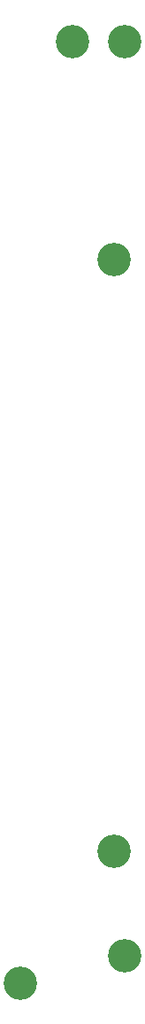
<source format=gbr>
%TF.GenerationSoftware,KiCad,Pcbnew,9.0.6*%
%TF.CreationDate,2025-11-29T14:18:15+08:00*%
%TF.ProjectId,Mount Winchester FL16,4d6f756e-7420-4576-996e-636865737465,1.1*%
%TF.SameCoordinates,Original*%
%TF.FileFunction,NonPlated,1,2,NPTH,Drill*%
%TF.FilePolarity,Positive*%
%FSLAX46Y46*%
G04 Gerber Fmt 4.6, Leading zero omitted, Abs format (unit mm)*
G04 Created by KiCad (PCBNEW 9.0.6) date 2025-11-29 14:18:15*
%MOMM*%
%LPD*%
G01*
G04 APERTURE LIST*
%TA.AperFunction,ComponentDrill*%
%ADD10C,3.200000*%
%TD*%
G04 APERTURE END LIST*
D10*
%TO.C,H25*%
X373000000Y-155340000D03*
%TO.C,H26*%
X378000000Y-65340000D03*
%TO.C,H29*%
X382000000Y-86220000D03*
%TO.C,H30*%
X382000000Y-142720000D03*
%TO.C,H27*%
X383000000Y-65340000D03*
%TO.C,H28*%
X383000000Y-152720000D03*
M02*

</source>
